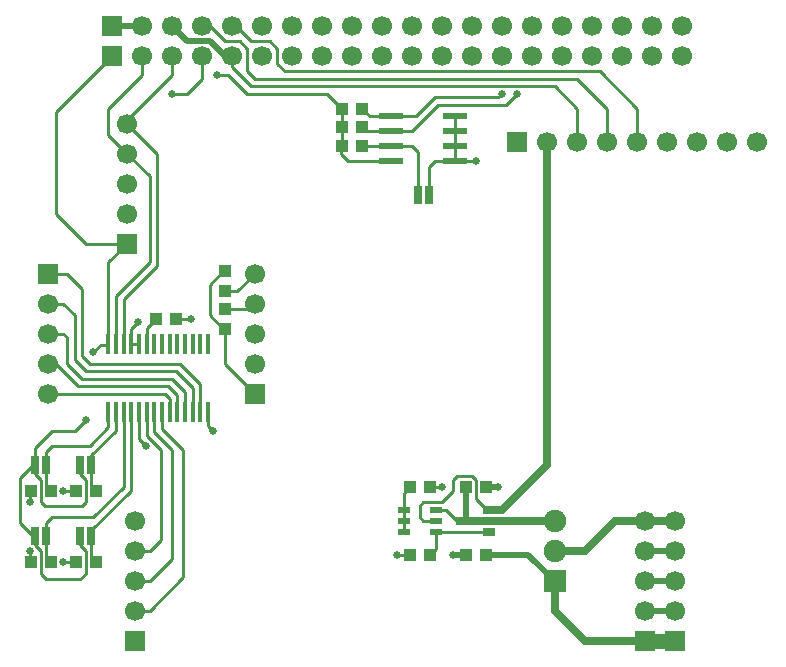
<source format=gtl>
G04 DipTrace 3.0.0.1*
G04 pwm-controller.GTL*
%MOIN*%
G04 #@! TF.FileFunction,Copper,L1,Top*
G04 #@! TF.Part,Single*
G04 #@! TA.AperFunction,Conductor*
%ADD14C,0.02*%
G04 #@! TA.AperFunction,ViaPad*
%ADD15C,0.025*%
G04 #@! TA.AperFunction,Conductor*
%ADD16C,0.01*%
%ADD17C,0.05*%
%ADD18R,0.043307X0.03937*%
G04 #@! TA.AperFunction,ComponentPad*
%ADD19R,0.066929X0.066929*%
%ADD20C,0.066929*%
%ADD21R,0.025X0.06*%
%ADD22R,0.03X0.06*%
%ADD24R,0.041339X0.025591*%
%ADD25R,0.03937X0.043307*%
%ADD26R,0.015748X0.070866*%
G04 #@! TA.AperFunction,ComponentPad*
%ADD27R,0.074803X0.074803*%
%ADD28C,0.074803*%
%ADD30R,0.043307X0.023622*%
%ADD31R,0.07874X0.023622*%
%FSLAX26Y26*%
G04*
G70*
G90*
G75*
G01*
G04 Top*
%LPD*%
X723228Y2510630D2*
D14*
X823228D1*
X1981004Y898031D2*
D15*
X2023130D1*
X2173228Y1048130D1*
Y2123130D1*
X1981004Y898031D2*
D16*
X1973327D1*
X1935728Y935630D1*
Y998130D1*
X1923228Y1010630D1*
X1873228D1*
X1860728Y998130D1*
Y960630D1*
X1823228Y923130D1*
X1760728D1*
X1748228Y910630D1*
Y873130D1*
X1760728Y860630D1*
X1801378D1*
X504479Y1048130D2*
Y975344D1*
X519193Y960630D1*
X504479Y1048130D2*
Y1091881D1*
X523228Y1110630D1*
X648228D1*
X710728Y1173130D1*
Y1223130D1*
X654479Y1048130D2*
Y975344D1*
X669193Y960630D1*
X654479Y1048130D2*
Y1079381D1*
X736319Y1161220D1*
Y1223130D1*
X504479Y810630D2*
Y737844D1*
X519193Y723130D1*
X761909Y1223130D2*
Y974311D1*
X660728Y873130D1*
X523228D1*
X504479Y854381D1*
Y810630D1*
X654479D2*
Y737844D1*
X669193Y723130D1*
X787500Y1223130D2*
Y962402D1*
X654479Y829381D1*
Y810630D1*
X923228Y2285630D2*
X973228D1*
X1023228Y2335630D1*
Y2410630D1*
X2198228Y760630D2*
D15*
X2298228D1*
X2398228Y860630D1*
X2598228D1*
X2498228D2*
D16*
X2598228D1*
X787500Y1451476D2*
X813091D1*
X787500D2*
Y1499902D1*
X810728Y1523130D1*
X1969193Y973130D2*
D14*
X2010728D1*
X1902264Y748130D2*
X1860728D1*
X1714764D2*
D16*
X1673228D1*
X1781693Y973130D2*
X1823228D1*
X2273228Y2123130D2*
Y2235630D1*
X2198228Y2310630D1*
X1185728D1*
X1123228Y2373130D1*
Y2410630D1*
X923228Y2510630D2*
D14*
X973228Y2460630D1*
X1048228D1*
X1098228Y2410630D1*
X1123228D1*
X452264Y723130D2*
D16*
X448228D1*
Y760630D1*
Y923130D2*
Y956594D1*
X452264Y960630D1*
X602264D2*
X560728D1*
X602264Y723130D2*
X560728D1*
X1043406Y1223130D2*
Y1177953D1*
X1060728Y1160630D1*
X813091Y1223130D2*
Y1133268D1*
X835728Y1110630D1*
X935728Y1535630D2*
X985924D1*
X1779478Y1948130D2*
Y2041879D1*
X1798228Y2060630D1*
X1867028D1*
Y2210630D2*
Y2160630D1*
Y2110630D1*
Y2060630D1*
X1935730D1*
X838681Y1223130D2*
Y1145177D1*
X885728Y1098130D1*
Y798130D1*
X848228Y760630D1*
X799228D1*
X864272Y1223130D2*
Y1157087D1*
X923228Y1098130D1*
Y735630D1*
X848228Y660630D1*
X799228D1*
X889862Y1223130D2*
Y1168996D1*
X960728Y1098130D1*
Y673130D1*
X848228Y560630D1*
X799228D1*
X915453Y1223130D2*
Y1268406D1*
X898228Y1285630D1*
X510728D1*
X941043Y1223130D2*
Y1280315D1*
X910728Y1310630D1*
X610728D1*
X535728Y1385630D1*
X510728D1*
X966634Y1223130D2*
Y1292224D1*
X923228Y1335630D1*
X623228D1*
X573228Y1385630D1*
Y1473130D1*
X560728Y1485630D1*
X510728D1*
X992224Y1223130D2*
Y1304134D1*
X935728Y1360630D1*
X635728D1*
X598228Y1398130D1*
Y1548130D1*
X560728Y1585630D1*
X510728D1*
Y1685630D2*
X573228D1*
X623228Y1635630D1*
Y1410630D1*
X648228Y1385630D1*
X948228D1*
X1017815Y1316043D1*
Y1223130D1*
X1654429Y2110630D2*
X1556693D1*
X1741978Y1948130D2*
Y2091881D1*
X1723228Y2110630D1*
X1654429D1*
X838681Y1451476D2*
Y1505512D1*
X868799Y1535630D1*
X2198228Y660630D2*
D15*
Y560630D1*
X2298228Y460630D1*
X2598228D1*
D17*
X2498228D1*
X1969193Y748130D2*
D14*
X2110728D1*
X2198228Y660630D1*
X1890453Y860630D2*
D15*
X2198228D1*
X1801378Y898031D2*
D16*
X1835827D1*
X1873228Y860630D1*
X1890453D1*
X1902264Y973130D2*
D14*
Y872441D1*
X1890453Y860630D1*
X1801378Y823228D2*
D16*
Y767815D1*
X1781693Y748130D1*
X1801378Y823228D2*
X1981004D1*
X1695079D2*
Y860630D1*
Y898031D2*
Y860630D1*
Y898031D2*
Y953445D1*
X1714764Y973130D1*
X2498228Y560630D2*
D14*
X2598228D1*
X2498228Y660630D2*
X2598228D1*
X2498228Y760630D2*
X2598228D1*
X1123228Y2510630D2*
D16*
X1135728D1*
X1185728Y2460630D1*
X1248228D1*
X1273228Y2435630D1*
Y2385630D1*
X1298228Y2360630D1*
X2348228D1*
X2473228Y2235630D1*
Y2123130D1*
X761909Y1451476D2*
Y1599311D1*
X873228Y1710630D1*
Y2085630D1*
X773228Y2185630D1*
Y2198130D1*
X923228Y2348130D1*
Y2410630D1*
X1098228Y1627165D2*
X1139764D1*
X1198228Y1685630D1*
X1654429Y2160630D2*
X1569193D1*
X1556693Y2173130D1*
X1654429Y2160630D2*
X1723228D1*
X1810728Y2248130D1*
X2035728D1*
X2073228Y2285630D1*
X736319Y1451476D2*
Y1611220D1*
X848228Y1723130D1*
Y2010630D1*
X773228Y2085630D1*
X710728Y2148130D1*
Y2235630D1*
X823228Y2348130D1*
Y2410630D1*
X1098228Y1569094D2*
X1181693D1*
X1198228Y1585630D1*
X1654429Y2210630D2*
X1581693D1*
X1556693Y2235630D1*
X1654429Y2210630D2*
X1735728D1*
X1798228Y2273130D1*
X2010728D1*
X2023228Y2285630D1*
X1023228Y2510630D2*
X1048228D1*
X1098228Y2460630D1*
X1148228D1*
X1173228Y2435630D1*
Y2360630D1*
X1198228Y2335630D1*
X2273228D1*
X2373228Y2235630D1*
Y2123130D1*
X616979Y1048130D2*
Y1016879D1*
X635728Y998130D1*
Y923130D1*
X623228Y910630D1*
X498228D1*
X485728Y923130D1*
Y998130D1*
X466979Y1016879D1*
Y1048130D1*
X616979Y810630D2*
Y779379D1*
X635728Y760630D1*
Y685629D1*
X616979Y666879D1*
X504479D1*
X485728Y685630D1*
Y760630D1*
X466979Y779379D1*
Y810630D1*
X460728D1*
X416978Y854381D1*
Y1004379D1*
X473228Y1060630D1*
Y1048130D1*
X466979D1*
X710728Y1451476D2*
Y1723130D1*
X773228Y1785630D1*
X723228Y2410630D2*
X535728Y2223130D1*
Y1885630D1*
X635728Y1785630D1*
X773228D1*
X466979Y1048130D2*
Y1104381D1*
X523228Y1160630D1*
X598228D1*
X635728Y1198130D1*
X660728Y1423130D2*
X685728Y1448130D1*
X707382D1*
X710728Y1451476D1*
X1098228Y1502165D2*
Y1385630D1*
X1198228Y1285630D1*
X1098228Y1502165D2*
X1094193D1*
X1048228Y1548130D1*
Y1648130D1*
X1094193Y1694094D1*
X1098228D1*
X1489764Y2235630D2*
Y2110630D1*
Y2173130D2*
Y2110630D1*
X1654429Y2060630D2*
X1510728D1*
X1485728Y2085630D1*
Y2106594D1*
X1489764Y2110630D1*
X1073228Y2348130D2*
X1110728D1*
X1173228Y2285630D1*
X1439764D1*
X1489764Y2235630D1*
D15*
X923228Y2285630D3*
X810728Y1523130D3*
X2010728Y973130D3*
X1860728Y748130D3*
X1673228D3*
X1823228Y973130D3*
X448228Y760630D3*
Y923130D3*
X560728Y960630D3*
Y723130D3*
X1060728Y1160630D3*
X835728Y1110630D3*
X985924Y1535630D3*
X1935730Y2060630D3*
X2073228Y2285630D3*
X2023228D3*
X635728Y1198130D3*
X660728Y1423130D3*
X1073228Y2348130D3*
D18*
X1969193Y748130D3*
X1902264D3*
Y973130D3*
X1969193D3*
D19*
X510728Y1685630D3*
D20*
Y1585630D3*
Y1485630D3*
Y1385630D3*
Y1285630D3*
D19*
X2498228Y460630D3*
D20*
Y560630D3*
Y660630D3*
Y760630D3*
Y860630D3*
D19*
X2598228Y460630D3*
D20*
Y560630D3*
Y660630D3*
Y760630D3*
Y860630D3*
D19*
X799228Y460630D3*
D20*
Y560630D3*
Y660630D3*
Y760630D3*
Y860630D3*
D19*
X2073228Y2123130D3*
D20*
X2173228D3*
X2273228D3*
X2373228D3*
X2473228D3*
X2573228D3*
X2673228D3*
X2773228D3*
X2873228D3*
D19*
X1198228Y1285630D3*
D20*
Y1385630D3*
Y1485630D3*
Y1585630D3*
Y1685630D3*
D19*
X773228Y1785630D3*
D20*
Y1885630D3*
Y1985630D3*
Y2085630D3*
Y2185630D3*
D19*
X723228Y2410630D3*
D20*
X823228D3*
X923228D3*
X1023228D3*
X1123228D3*
X1223228D3*
X1323228D3*
X1423228D3*
X1523228D3*
X1623228D3*
X1723228D3*
X1823228D3*
X1923228D3*
X2023228D3*
X2123228D3*
X2223228D3*
X2323228D3*
X2423228D3*
X2523228D3*
X2623228D3*
D19*
X723228Y2510630D3*
D20*
X823228D3*
X923228D3*
X1023228D3*
X1123228D3*
X1223228D3*
X1323228D3*
X1423228D3*
X1523228D3*
X1623228D3*
X1723228D3*
X1823228D3*
X1923228D3*
X2023228D3*
X2123228D3*
X2223228D3*
X2323228D3*
X2423228D3*
X2523228D3*
X2623228D3*
D21*
X504479Y1048130D3*
X466979D3*
X654479D3*
X616979D3*
X504479Y810630D3*
X466979D3*
X654479D3*
X616979D3*
D22*
X1741978Y1948130D3*
X1779478D3*
D24*
X1981004Y823228D3*
Y898031D3*
X1890453Y860630D3*
D18*
X452264Y960630D3*
X519193D3*
X602264D3*
X669193D3*
X452264Y723130D3*
X519193D3*
X602264D3*
X669193D3*
D25*
X1098228Y1502165D3*
Y1569094D3*
Y1694094D3*
Y1627165D3*
D18*
X935728Y1535630D3*
X868799D3*
X1781693Y973130D3*
X1714764D3*
X1781693Y748130D3*
X1714764D3*
X1489764Y2110630D3*
X1556693D3*
X1489764Y2235630D3*
X1556693D3*
X1489764Y2173130D3*
X1556693D3*
D26*
X710728Y1223130D3*
X736319D3*
X761909D3*
X787500D3*
X813091D3*
X838681D3*
X864272D3*
X889862D3*
X915453D3*
X941043D3*
X966634D3*
X992224D3*
X1017815D3*
X1043406D3*
Y1451484D3*
X1017815Y1451476D3*
X992224D3*
X966634D3*
X941043D3*
X915453D3*
X889862D3*
X864272D3*
X838681D3*
X813091D3*
X787500D3*
X761909D3*
X736319D3*
X710728D3*
D27*
X2198228Y660630D3*
D28*
Y760630D3*
Y860630D3*
D30*
X1695079Y898031D3*
Y860630D3*
Y823228D3*
X1801378D3*
Y860630D3*
Y898031D3*
D31*
X1867028Y2060630D3*
Y2110630D3*
Y2160630D3*
Y2210630D3*
X1654429D3*
Y2160630D3*
Y2110630D3*
Y2060630D3*
M02*

</source>
